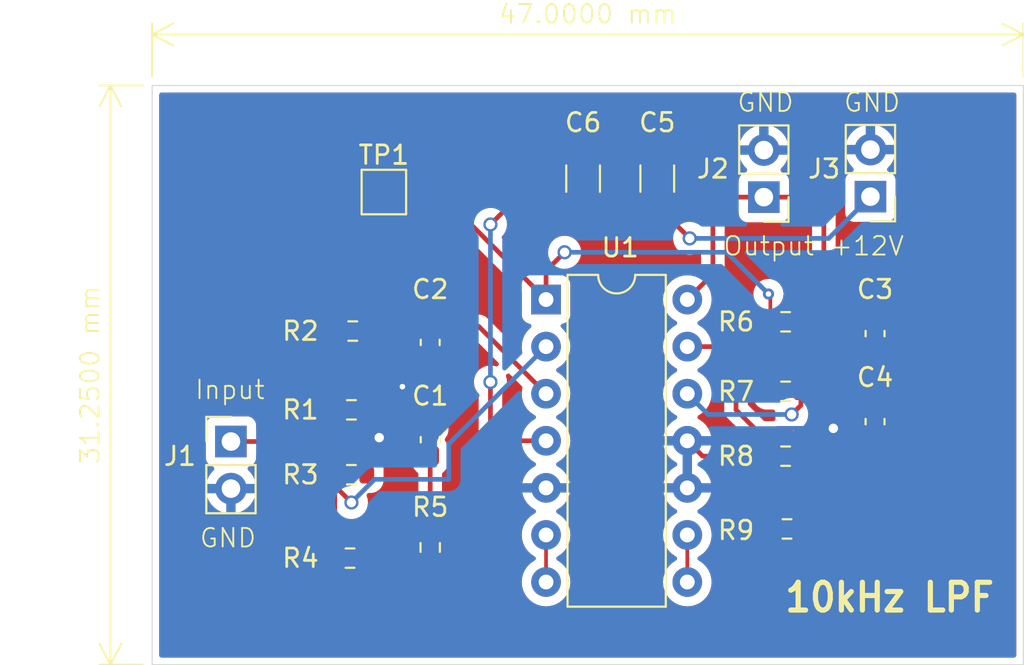
<source format=kicad_pcb>
(kicad_pcb (version 20240108) (generator "pcbnew") (generator_version "8.0")
  (layers (0 "F.Cu" signal) (31 "B.Cu" signal) (34 "B.Paste" user) (35 "F.Paste" user) (36 "B.SilkS" user "B.Silkscreen") (37 "F.SilkS" user "F.Silkscreen") (38 "B.Mask" user) (39 "F.Mask" user) (44 "Edge.Cuts" user))
  (net 0 "")
  (net 1 "Net-(C1-Pad2)")
  (net 2 "Net-(C1-Pad1)")
  (net 3 "GND")
  (net 4 "Net-(U1A-+)")
  (net 5 "Net-(C3-Pad1)")
  (net 6 "Net-(J2-Pin_1)")
  (net 7 "Net-(U1D-+)")
  (net 8 "+12V")
  (net 9 "Net-(J1-Pin_1)")
  (net 10 "Net-(U1A--)")
  (net 11 "Net-(R4-Pad1)")
  (net 12 "Net-(R6-Pad1)")
  (net 13 "Net-(U1D--)")
  (net 14 "Net-(U1C--)")
  (net 15 "Net-(U1B--)")
  (footprint "Package_DIP:DIP-14_W7.62mm" (layer "F.Cu") (at 130.5 93.3)
    (property "Reference" "U1" (at 4 -2.8 0) (layer "F.SilkS"))
    (property "Value" "LM324A")
    (fp_line (start 1.16 -1.33) (end 1.16 16.57) (stroke (width 0.12)) (layer "F.SilkS"))
    (fp_line (start 1.16 16.57) (end 6.46 16.57) (stroke (width 0.12)) (layer "F.SilkS"))
    (fp_line (start 2.81 -1.33) (end 1.16 -1.33) (stroke (width 0.12)) (layer "F.SilkS"))
    (fp_line (start 6.46 -1.33) (end 4.81 -1.33) (stroke (width 0.12)) (layer "F.SilkS"))
    (fp_line (start 6.46 16.57) (end 6.46 -1.33) (stroke (width 0.12)) (layer "F.SilkS"))
    (fp_arc (start 4.81 -1.33) (mid 3.81 -0.33) (end 2.81 -1.33) (stroke (width 0.12)) (layer "F.SilkS"))
    (pad "1" thru_hole rect (at 0 0) (size 1.6 1.6) (drill 0.8) (layers "*.Cu" "*.Mask") (net 12 "Net-(R6-Pad1)"))
    (pad "2" thru_hole oval (at 0 2.54) (size 1.6 1.6) (drill 0.8) (layers "*.Cu" "*.Mask") (net 10 "Net-(U1A--)"))
    (pad "3" thru_hole oval (at 0 5.08) (size 1.6 1.6) (drill 0.8) (layers "*.Cu" "*.Mask") (net 4 "Net-(U1A-+)"))
    (pad "4" thru_hole oval (at 0 7.62) (size 1.6 1.6) (drill 0.8) (layers "*.Cu" "*.Mask") (net 8 "+12V"))
    (pad "5" thru_hole oval (at 0 10.16) (size 1.6 1.6) (drill 0.8) (layers "*.Cu" "*.Mask") (net 3 "GND"))
    (pad "6" thru_hole oval (at 0 12.7) (size 1.6 1.6) (drill 0.8) (layers "*.Cu" "*.Mask") (net 15 "Net-(U1B--)"))
    (pad "7" thru_hole oval (at 0 15.24) (size 1.6 1.6) (drill 0.8) (layers "*.Cu" "*.Mask") (net 15 "Net-(U1B--)"))
    (pad "8" thru_hole oval (at 7.62 15.24) (size 1.6 1.6) (drill 0.8) (layers "*.Cu" "*.Mask") (net 14 "Net-(U1C--)"))
    (pad "9" thru_hole oval (at 7.62 12.7) (size 1.6 1.6) (drill 0.8) (layers "*.Cu" "*.Mask") (net 14 "Net-(U1C--)"))
    (pad "10" thru_hole oval (at 7.62 10.16) (size 1.6 1.6) (drill 0.8) (layers "*.Cu" "*.Mask") (net 3 "GND"))
    (pad "11" thru_hole oval (at 7.62 7.62) (size 1.6 1.6) (drill 0.8) (layers "*.Cu" "*.Mask") (net 3 "GND"))
    (pad "12" thru_hole oval (at 7.62 5.08) (size 1.6 1.6) (drill 0.8) (layers "*.Cu" "*.Mask") (net 7 "Net-(U1D-+)"))
    (pad "13" thru_hole oval (at 7.62 2.54) (size 1.6 1.6) (drill 0.8) (layers "*.Cu" "*.Mask") (net 13 "Net-(U1D--)"))
    (pad "14" thru_hole oval (at 7.62 0) (size 1.6 1.6) (drill 0.8) (layers "*.Cu" "*.Mask") (net 6 "Net-(J2-Pin_1)"))
  )
  (footprint "TestPoint:TestPoint_Pad_2.0x2.0mm" (layer "F.Cu") (at 121.75 87.5)
    (property "Reference" "TP1" (at 0 -1.998 0) (layer "F.SilkS"))
    (property "Value" "TestPoint")
    (fp_line (start -1.2 -1.2) (end 1.2 -1.2) (stroke (width 0.12)) (layer "F.SilkS"))
    (fp_line (start -1.2 1.2) (end -1.2 -1.2) (stroke (width 0.12)) (layer "F.SilkS"))
    (fp_line (start 1.2 -1.2) (end 1.2 1.2) (stroke (width 0.12)) (layer "F.SilkS"))
    (fp_line (start 1.2 1.2) (end -1.2 1.2) (stroke (width 0.12)) (layer "F.SilkS"))
    (pad "1" smd rect (at 0 0) (size 2 2) (layers "F.Cu" "F.Mask") (net 12 "Net-(R6-Pad1)"))
  )
  (footprint "Resistor_SMD:R_0603_1608Metric" (layer "F.Cu") (at 124.25 106.675 90)
    (property "Reference" "R5" (at 2.175 0 0) (layer "F.SilkS"))
    (property "Value" "47k")
    (fp_line (start -0.237258 -0.5225) (end 0.237258 -0.5225) (stroke (width 0.12)) (layer "F.SilkS"))
    (fp_line (start -0.237258 0.5225) (end 0.237258 0.5225) (stroke (width 0.12)) (layer "F.SilkS"))
    (pad "1" smd roundrect (at -0.825 0 90) (size 0.8 0.95) (layers "F.Cu" "F.Paste" "F.Mask") (net 11 "Net-(R4-Pad1)"))
    (pad "2" smd roundrect (at 0.825 0 90) (size 0.8 0.95) (layers "F.Cu" "F.Paste" "F.Mask") (net 1 "Net-(C1-Pad2)"))
  )
  (footprint "Resistor_SMD:R_0603_1608Metric" (layer "F.Cu") (at 119.925 107.25 180)
    (property "Reference" "R4" (at 2.675 0 180) (layer "F.SilkS"))
    (property "Value" "47k")
    (fp_line (start -0.237258 0.5225) (end 0.237258 0.5225) (stroke (width 0.12)) (layer "F.SilkS"))
    (fp_line (start -0.237258 -0.5225) (end 0.237258 -0.5225) (stroke (width 0.12)) (layer "F.SilkS"))
    (pad "1" smd roundrect (at -0.825 0 180) (size 0.8 0.95) (layers "F.Cu" "F.Paste" "F.Mask") (net 11 "Net-(R4-Pad1)"))
    (pad "2" smd roundrect (at 0.825 0 180) (size 0.8 0.95) (layers "F.Cu" "F.Paste" "F.Mask") (net 10 "Net-(U1A--)"))
  )
  (footprint "Connector_PinHeader_2.54mm:PinHeader_1x02_P2.54mm_Vertical" (layer "F.Cu") (at 142.25 87.775 180)
    (property "Reference" "J2" (at 2.75 1.525 180) (layer "F.SilkS"))
    (property "Value" "Conn_01x02_Pin")
    (fp_line (start 1.33 1.27) (end 1.33 3.87) (stroke (width 0.12)) (layer "F.SilkS"))
    (fp_line (start -1.33 3.87) (end 1.33 3.87) (stroke (width 0.12)) (layer "F.SilkS"))
    (fp_line (start -1.33 1.27) (end 1.33 1.27) (stroke (width 0.12)) (layer "F.SilkS"))
    (fp_line (start -1.33 1.27) (end -1.33 3.87) (stroke (width 0.12)) (layer "F.SilkS"))
    (fp_line (start -1.33 0) (end -1.33 -1.33) (stroke (width 0.12)) (layer "F.SilkS"))
    (fp_line (start -1.33 -1.33) (end 0 -1.33) (stroke (width 0.12)) (layer "F.SilkS"))
    (pad "1" thru_hole rect (at 0 0 180) (size 1.7 1.7) (drill 1) (layers "*.Cu" "*.Mask") (net 6 "Net-(J2-Pin_1)"))
    (pad "2" thru_hole oval (at 0 2.54 180) (size 1.7 1.7) (drill 1) (layers "*.Cu" "*.Mask") (net 3 "GND"))
  )
  (footprint "Capacitor_SMD:C_1206_3216Metric" (layer "F.Cu") (at 132.5 86.775 90)
    (property "Reference" "C6" (at 3.025 0 0) (layer "F.SilkS"))
    (property "Value" "100nF")
    (fp_line (start -0.711252 -0.91) (end 0.711252 -0.91) (stroke (width 0.12)) (layer "F.SilkS"))
    (fp_line (start -0.711252 0.91) (end 0.711252 0.91) (stroke (width 0.12)) (layer "F.SilkS"))
    (pad "1" smd roundrect (at -1.475 0 90) (size 1.15 1.8) (layers "F.Cu" "F.Paste" "F.Mask") (roundrect_rratio 0.217391) (net 8 "+12V"))
    (pad "2" smd roundrect (at 1.475 0 90) (size 1.15 1.8) (layers "F.Cu" "F.Paste" "F.Mask") (roundrect_rratio 0.217391) (net 3 "GND"))
  )
  (footprint "Resistor_SMD:R_0603_1608Metric" (layer "F.Cu") (at 143.425 101.75 180)
    (property "Reference" "R8" (at 2.675 0 180) (layer "F.SilkS"))
    (property "Value" "62k")
    (fp_line (start -0.237258 0.5225) (end 0.237258 0.5225) (stroke (width 0.12)) (layer "F.SilkS"))
    (fp_line (start -0.237258 -0.5225) (end 0.237258 -0.5225) (stroke (width 0.12)) (layer "F.SilkS"))
    (pad "1" smd roundrect (at -0.825 0 180) (size 0.8 0.95) (layers "F.Cu" "F.Paste" "F.Mask") (net 13 "Net-(U1D--)"))
    (pad "2" smd roundrect (at 0.825 0 180) (size 0.8 0.95) (layers "F.Cu" "F.Paste" "F.Mask") (net 3 "GND"))
  )
  (footprint "Capacitor_SMD:C_0603_1608Metric_Pad1.08x0.95mm_HandSolder" (layer "F.Cu") (at 124.25 95.6125 -90)
    (property "Reference" "C2" (at -2.8625 0 180) (layer "F.SilkS"))
    (property "Value" "1000pF")
    (fp_line (start -0.146267 0.51) (end 0.146267 0.51) (stroke (width 0.12)) (layer "F.SilkS"))
    (fp_line (start -0.146267 -0.51) (end 0.146267 -0.51) (stroke (width 0.12)) (layer "F.SilkS"))
    (pad "1" smd roundrect (at -0.8625 0 270) (size 1.075 0.95) (layers "F.Cu" "F.Paste" "F.Mask") (net 4 "Net-(U1A-+)"))
    (pad "2" smd roundrect (at 0.8625 0 270) (size 1.075 0.95) (layers "F.Cu" "F.Paste" "F.Mask") (net 3 "GND"))
  )
  (footprint "Resistor_SMD:R_0603_1608Metric" (layer "F.Cu") (at 143.5 105.675)
    (property "Reference" "R9" (at -2.75 0.075 0) (layer "F.SilkS"))
    (property "Value" "47k")
    (fp_line (start -0.237258 -0.5225) (end 0.237258 -0.5225) (stroke (width 0.12)) (layer "F.SilkS"))
    (fp_line (start -0.237258 0.5225) (end 0.237258 0.5225) (stroke (width 0.12)) (layer "F.SilkS"))
    (pad "1" smd roundrect (at -0.825 0) (size 0.8 0.95) (layers "F.Cu" "F.Paste" "F.Mask") (net 13 "Net-(U1D--)"))
    (pad "2" smd roundrect (at 0.825 0) (size 0.8 0.95) (layers "F.Cu" "F.Paste" "F.Mask") (net 6 "Net-(J2-Pin_1)"))
  )
  (footprint "Resistor_SMD:R_0603_1608Metric" (layer "F.Cu") (at 120 102.75)
    (property "Reference" "R3" (at -2.75 0 0) (layer "F.SilkS"))
    (property "Value" "110k")
    (fp_line (start -0.237258 -0.5225) (end 0.237258 -0.5225) (stroke (width 0.12)) (layer "F.SilkS"))
    (fp_line (start -0.237258 0.5225) (end 0.237258 0.5225) (stroke (width 0.12)) (layer "F.SilkS"))
    (pad "1" smd roundrect (at -0.825 0) (size 0.8 0.95) (layers "F.Cu" "F.Paste" "F.Mask") (net 10 "Net-(U1A--)"))
    (pad "2" smd roundrect (at 0.825 0) (size 0.8 0.95) (layers "F.Cu" "F.Paste" "F.Mask") (net 3 "GND"))
  )
  (footprint "Resistor_SMD:R_0603_1608Metric" (layer "F.Cu") (at 143.425 98.25)
    (property "Reference" "R7" (at -2.675 0 0) (layer "F.SilkS"))
    (property "Value" "9.1k")
    (fp_line (start -0.237258 -0.5225) (end 0.237258 -0.5225) (stroke (width 0.12)) (layer "F.SilkS"))
    (fp_line (start -0.237258 0.5225) (end 0.237258 0.5225) (stroke (width 0.12)) (layer "F.SilkS"))
    (pad "1" smd roundrect (at -0.825 0) (size 0.8 0.95) (layers "F.Cu" "F.Paste" "F.Mask") (net 5 "Net-(C3-Pad1)"))
    (pad "2" smd roundrect (at 0.825 0) (size 0.8 0.95) (layers "F.Cu" "F.Paste" "F.Mask") (net 7 "Net-(U1D-+)"))
  )
  (footprint "Resistor_SMD:R_0603_1608Metric" (layer "F.Cu") (at 120 99.25 180)
    (property "Reference" "R1" (at 2.75 0 180) (layer "F.SilkS"))
    (property "Value" "39k")
    (fp_line (start -0.237258 0.5225) (end 0.237258 0.5225) (stroke (width 0.12)) (layer "F.SilkS"))
    (fp_line (start -0.237258 -0.5225) (end 0.237258 -0.5225) (stroke (width 0.12)) (layer "F.SilkS"))
    (pad "1" smd roundrect (at -0.825 0 180) (size 0.8 0.95) (layers "F.Cu" "F.Paste" "F.Mask") (net 2 "Net-(C1-Pad1)"))
    (pad "2" smd roundrect (at 0.825 0 180) (size 0.8 0.95) (layers "F.Cu" "F.Paste" "F.Mask") (net 9 "Net-(J1-Pin_1)"))
  )
  (footprint "Resistor_SMD:R_0603_1608Metric" (layer "F.Cu") (at 143.425 94.5)
    (property "Reference" "R6" (at -2.675 0 0) (layer "F.SilkS"))
    (property "Value" "18k")
    (fp_line (start -0.237258 -0.5225) (end 0.237258 -0.5225) (stroke (width 0.12)) (layer "F.SilkS"))
    (fp_line (start -0.237258 0.5225) (end 0.237258 0.5225) (stroke (width 0.12)) (layer "F.SilkS"))
    (pad "1" smd roundrect (at -0.825 0) (size 0.8 0.95) (layers "F.Cu" "F.Paste" "F.Mask") (net 12 "Net-(R6-Pad1)"))
    (pad "2" smd roundrect (at 0.825 0) (size 0.8 0.95) (layers "F.Cu" "F.Paste" "F.Mask") (net 5 "Net-(C3-Pad1)"))
  )
  (footprint "Connector_PinHeader_2.54mm:PinHeader_1x02_P2.54mm_Vertical" (layer "F.Cu") (at 113.5 100.96)
    (property "Reference" "J1" (at -2.75 0.79 0) (layer "F.SilkS"))
    (property "Value" "Conn_01x02_Pin")
    (fp_line (start -1.33 -1.33) (end 0 -1.33) (stroke (width 0.12)) (layer "F.SilkS"))
    (fp_line (start -1.33 0) (end -1.33 -1.33) (stroke (width 0.12)) (layer "F.SilkS"))
    (fp_line (start -1.33 1.27) (end -1.33 3.87) (stroke (width 0.12)) (layer "F.SilkS"))
    (fp_line (start -1.33 1.27) (end 1.33 1.27) (stroke (width 0.12)) (layer "F.SilkS"))
    (fp_line (start -1.33 3.87) (end 1.33 3.87) (stroke (width 0.12)) (layer "F.SilkS"))
    (fp_line (start 1.33 1.27) (end 1.33 3.87) (stroke (width 0.12)) (layer "F.SilkS"))
    (pad "1" thru_hole rect (at 0 0) (size 1.7 1.7) (drill 1) (layers "*.Cu" "*.Mask") (net 9 "Net-(J1-Pin_1)"))
    (pad "2" thru_hole oval (at 0 2.54) (size 1.7 1.7) (drill 1) (layers "*.Cu" "*.Mask") (net 3 "GND"))
  )
  (footprint "Capacitor_SMD:C_0603_1608Metric_Pad1.08x0.95mm_HandSolder" (layer "F.Cu") (at 148.25 99.8875 90)
    (property "Reference" "C4" (at 2.3875 0 0) (layer "F.SilkS"))
    (property "Value" "1600pF")
    (fp_line (start -0.146267 -0.51) (end 0.146267 -0.51) (stroke (width 0.12)) (layer "F.SilkS"))
    (fp_line (start -0.146267 0.51) (end 0.146267 0.51) (stroke (width 0.12)) (layer "F.SilkS"))
    (pad "1" smd roundrect (at -0.8625 0 90) (size 1.075 0.95) (layers "F.Cu" "F.Paste" "F.Mask") (net 3 "GND"))
    (pad "2" smd roundrect (at 0.8625 0 90) (size 1.075 0.95) (layers "F.Cu" "F.Paste" "F.Mask") (net 7 "Net-(U1D-+)"))
  )
  (footprint "Connector_PinHeader_2.54mm:PinHeader_1x02_P2.54mm_Vertical" (layer "F.Cu") (at 148 87.75 180)
    (property "Reference" "J3" (at 2.5 1.5 180) (layer "F.SilkS"))
    (property "Value" "Conn_01x02_Pin")
    (fp_line (start 1.33 1.27) (end 1.33 3.87) (stroke (width 0.12)) (layer "F.SilkS"))
    (fp_line (start -1.33 3.87) (end 1.33 3.87) (stroke (width 0.12)) (layer "F.SilkS"))
    (fp_line (start -1.33 1.27) (end 1.33 1.27) (stroke (width 0.12)) (layer "F.SilkS"))
    (fp_line (start -1.33 1.27) (end -1.33 3.87) (stroke (width 0.12)) (layer "F.SilkS"))
    (fp_line (start -1.33 0) (end -1.33 -1.33) (stroke (width 0.12)) (layer "F.SilkS"))
    (fp_line (start -1.33 -1.33) (end 0 -1.33) (stroke (width 0.12)) (layer "F.SilkS"))
    (pad "1" thru_hole rect (at 0 0 180) (size 1.7 1.7) (drill 1) (layers "*.Cu" "*.Mask") (net 8 "+12V"))
    (pad "2" thru_hole oval (at 0 2.54 180) (size 1.7 1.7) (drill 1) (layers "*.Cu" "*.Mask") (net 3 "GND"))
  )
  (footprint "Resistor_SMD:R_0603_1608Metric" (layer "F.Cu") (at 120.075 95 180)
    (property "Reference" "R2" (at 2.825 0 180) (layer "F.SilkS"))
    (property "Value" "6.8k")
    (fp_line (start -0.237258 0.5225) (end 0.237258 0.5225) (stroke (width 0.12)) (layer "F.SilkS"))
    (fp_line (start -0.237258 -0.5225) (end 0.237258 -0.5225) (stroke (width 0.12)) (layer "F.SilkS"))
    (pad "1" smd roundrect (at -0.825 0 180) (size 0.8 0.95) (layers "F.Cu" "F.Paste" "F.Mask") (net 4 "Net-(U1A-+)"))
    (pad "2" smd roundrect (at 0.825 0 180) (size 0.8 0.95) (layers "F.Cu" "F.Paste" "F.Mask") (net 2 "Net-(C1-Pad1)"))
  )
  (footprint "Capacitor_SMD:C_1206_3216Metric" (layer "F.Cu") (at 136.5 86.775 90)
    (property "Reference" "C5" (at 3.025 0 0) (layer "F.SilkS"))
    (property "Value" "100nF")
    (fp_line (start -0.711252 -0.91) (end 0.711252 -0.91) (stroke (width 0.12)) (layer "F.SilkS"))
    (fp_line (start -0.711252 0.91) (end 0.711252 0.91) (stroke (width 0.12)) (layer "F.SilkS"))
    (pad "1" smd roundrect (at -1.475 0 90) (size 1.15 1.8) (layers "F.Cu" "F.Paste" "F.Mask") (roundrect_rratio 0.217391) (net 8 "+12V"))
    (pad "2" smd roundrect (at 1.475 0 90) (size 1.15 1.8) (layers "F.Cu" "F.Paste" "F.Mask") (roundrect_rratio 0.217391) (net 3 "GND"))
  )
  (footprint "Capacitor_SMD:C_0603_1608Metric_Pad1.08x0.95mm_HandSolder" (layer "F.Cu") (at 148.25 95.1375 90)
    (property "Reference" "C3" (at 2.3875 0 0) (layer "F.SilkS"))
    (property "Value" "1000pF")
    (fp_line (start -0.146267 -0.51) (end 0.146267 -0.51) (stroke (width 0.12)) (layer "F.SilkS"))
    (fp_line (start -0.146267 0.51) (end 0.146267 0.51) (stroke (width 0.12)) (layer "F.SilkS"))
    (pad "1" smd roundrect (at -0.8625 0 90) (size 1.075 0.95) (layers "F.Cu" "F.Paste" "F.Mask") (net 5 "Net-(C3-Pad1)"))
    (pad "2" smd roundrect (at 0.8625 0 90) (size 1.075 0.95) (layers "F.Cu" "F.Paste" "F.Mask") (net 6 "Net-(J2-Pin_1)"))
  )
  (footprint "Capacitor_SMD:C_0603_1608Metric_Pad1.08x0.95mm_HandSolder" (layer "F.Cu") (at 124.25 100.8625 -90)
    (property "Reference" "C1" (at -2.3625 0 180) (layer "F.SilkS"))
    (property "Value" "1000pF")
    (fp_line (start -0.146267 0.51) (end 0.146267 0.51) (stroke (width 0.12)) (layer "F.SilkS"))
    (fp_line (start -0.146267 -0.51) (end 0.146267 -0.51) (stroke (width 0.12)) (layer "F.SilkS"))
    (pad "1" smd roundrect (at -0.8625 0 270) (size 1.075 0.95) (layers "F.Cu" "F.Paste" "F.Mask") (net 2 "Net-(C1-Pad1)"))
    (pad "2" smd roundrect (at 0.8625 0 270) (size 1.075 0.95) (layers "F.Cu" "F.Paste" "F.Mask") (net 1 "Net-(C1-Pad2)"))
  )
  (gr_rect (start 109.25 81.75) (end 156.25 113) (stroke (width 0.05)) (fill none) (layer "Edge.Cuts"))
  (gr_text "Output" (at 140 91 0) (layer "F.SilkS") (effects (font (size 1 1) (thickness 0.1)) (justify left bottom)))
  (gr_text "+12V" (at 145.75 91 0) (layer "F.SilkS") (effects (font (size 1 1) (thickness 0.1)) (justify left bottom)))
  (gr_text "GND" (at 111.75 106.75 0) (layer "F.SilkS") (effects (font (size 1 1) (thickness 0.1)) (justify left bottom)))
  (gr_text "Input" (at 111.5 98.75 0) (layer "F.SilkS") (effects (font (size 1 1) (thickness 0.1)) (justify left bottom)))
  (gr_text "10kHz LPF" (at 143.25 110.25 0) (layer "F.SilkS") (effects (font (size 1.5 1.4) (thickness 0.28) (bold yes)) (justify left bottom)))
  (gr_text "GND" (at 146.5 83.25 0) (layer "F.SilkS") (effects (font (size 1 1) (thickness 0.1)) (justify left bottom)))
  (gr_text "GND" (at 140.75 83.25 0) (layer "F.SilkS") (effects (font (size 1 1) (thickness 0.1)) (justify left bottom)))
  (dimension (type aligned) (layer "F.SilkS") (pts (xy 109.25 81.75) (xy 156.25 81.75)) (height -2.75) (gr_text "47.0000 mm" (at 132.75 77.9 0) (layer "F.SilkS") (effects (font (size 1 1) (thickness 0.1)))) (format (prefix "") (suffix "") (units 3) (units_format 1) (precision 4)) (style (thickness 0.1) (arrow_length 1.27) (text_position_mode 0) (extension_height 0.58642) (extension_offset 0.5) keep_text_aligned))
  (dimension (type aligned) (layer "F.SilkS") (pts (xy 109.25 113) (xy 109.25 81.75)) (height -2.25) (gr_text "31.2500 mm" (at 105.9 97.375 90) (layer "F.SilkS") (effects (font (size 1 1) (thickness 0.1)))) (format (prefix "") (suffix "") (units 3) (units_format 1) (precision 4)) (style (thickness 0.1) (arrow_length 1.27) (text_position_mode 0) (extension_height 0.58642) (extension_offset 0.5) keep_text_aligned))
  (segment (start 124.25 105.85) (end 124.25 101.725) (width 0.254) (layer "F.Cu") (net 1))
  (segment (start 120.825 99.075) (end 119.25 97.5) (width 0.254) (layer "F.Cu") (net 2))
  (segment (start 120.825 99.25) (end 120.825 99.075) (width 0.254) (layer "F.Cu") (net 2))
  (segment (start 123.5 99.25) (end 120.825 99.25) (width 0.254) (layer "F.Cu") (net 2))
  (segment (start 124.25 100) (end 123.5 99.25) (width 0.254) (layer "F.Cu") (net 2))
  (segment (start 119.25 97.5) (end 119.25 95) (width 0.254) (layer "F.Cu") (net 2))
  (segment (start 148.25 100.75) (end 146.5 100.75) (width 0.254) (layer "F.Cu") (net 3))
  (segment (start 122.75 98) (end 122.75 97.975) (width 0.254) (layer "F.Cu") (net 3))
  (segment (start 146.5 100.75) (end 146 100.25) (width 0.254) (layer "F.Cu") (net 3))
  (segment (start 138.95 101.75) (end 138.12 100.92) (width 0.254) (layer "F.Cu") (net 3))
  (segment (start 142.6 101.75) (end 138.95 101.75) (width 0.254) (layer "F.Cu") (net 3))
  (segment (start 120.825 102.75) (end 120.825 101.425) (width 0.254) (layer "F.Cu") (net 3))
  (segment (start 113.5 103.5) (end 114.75 103.5) (width 0.254) (layer "F.Cu") (net 3))
  (segment (start 114.75 103.5) (end 117 101.25) (width 0.254) (layer "F.Cu") (net 3))
  (segment (start 119.325 101.25) (end 120.825 102.75) (width 0.254) (layer "F.Cu") (net 3))
  (segment (start 117 101.25) (end 119.325 101.25) (width 0.254) (layer "F.Cu") (net 3))
  (segment (start 142.185 85.3) (end 142.25 85.235) (width 0.254) (layer "F.Cu") (net 3))
  (segment (start 120.825 101.425) (end 121.5 100.75) (width 0.254) (layer "F.Cu") (net 3))
  (segment (start 132.5 85.3) (end 136.5 85.3) (width 0.254) (layer "F.Cu") (net 3))
  (segment (start 122.75 97.975) (end 124.25 96.475) (width 0.254) (layer "F.Cu") (net 3))
  (segment (start 136.5 85.3) (end 142.185 85.3) (width 0.254) (layer "F.Cu") (net 3))
  (via (at 146 100.25) (size 0.762) (drill 0.508) (layers "F.Cu" "B.Cu") (net 3))
  (via (at 122.75 98) (size 0.6) (drill 0.3) (layers "F.Cu" "B.Cu") (net 3))
  (via (at 121.5 100.75) (size 0.762) (drill 0.508) (layers "F.Cu" "B.Cu") (net 3))
  (segment (start 121.625 100.625) (end 121.625 99.125) (width 0.254) (layer "B.Cu") (net 3))
  (segment (start 121.5 100.75) (end 121.625 100.625) (width 0.254) (layer "B.Cu") (net 3))
  (segment (start 142.5 100.75) (end 142.5 101.25) (width 0.254) (layer "B.Cu") (net 3))
  (segment (start 143 100.25) (end 142.5 100.75) (width 0.254) (layer "B.Cu") (net 3))
  (segment (start 121.625 99.125) (end 122.75 98) (width 0.254) (layer "B.Cu") (net 3))
  (segment (start 146 100.25) (end 143 100.25) (width 0.254) (layer "B.Cu") (net 3))
  (segment (start 142.5 101.25) (end 142.5 101.75) (width 0.254) (layer "B.Cu") (net 3))
  (segment (start 121.15 94.75) (end 120.9 95) (width 0.254) (layer "F.Cu") (net 4))
  (segment (start 124.25 94.75) (end 126.87 94.75) (width 0.254) (layer "F.Cu") (net 4))
  (segment (start 126.87 94.75) (end 130.5 98.38) (width 0.254) (layer "F.Cu") (net 4))
  (segment (start 124.25 94.75) (end 121.15 94.75) (width 0.254) (layer "F.Cu") (net 4))
  (segment (start 144.25 94.5) (end 145.75 96) (width 0.254) (layer "F.Cu") (net 5))
  (segment (start 142.6 95.9) (end 144 94.5) (width 0.254) (layer "F.Cu") (net 5))
  (segment (start 145.75 96) (end 148.25 96) (width 0.254) (layer "F.Cu") (net 5))
  (segment (start 144 94.5) (end 144.25 94.5) (width 0.254) (layer "F.Cu") (net 5))
  (segment (start 142.6 98.25) (end 142.6 95.9) (width 0.254) (layer "F.Cu") (net 5))
  (segment (start 148.25 94.275) (end 147.775 94.275) (width 0.254) (layer "F.Cu") (net 6))
  (segment (start 140.475 87.775) (end 139.5 88.75) (width 0.254) (layer "F.Cu") (net 6))
  (segment (start 145.4875 91.9875) (end 145.4875 88.7375) (width 0.254) (layer "F.Cu") (net 6))
  (segment (start 139.5 91.92) (end 138.12 93.3) (width 0.254) (layer "F.Cu") (net 6))
  (segment (start 149.75 95.775) (end 148.25 94.275) (width 0.254) (layer "F.Cu") (net 6))
  (segment (start 147.775 94.275) (end 145.4875 91.9875) (width 0.254) (layer "F.Cu") (net 6))
  (segment (start 149.75 103.75) (end 149.75 95.775) (width 0.254) (layer "F.Cu") (net 6))
  (segment (start 147.825 105.675) (end 149.75 103.75) (width 0.254) (layer "F.Cu") (net 6))
  (segment (start 145.4875 88.7375) (end 144.525 87.775) (width 0.254) (layer "F.Cu") (net 6))
  (segment (start 144.525 87.775) (end 142.25 87.775) (width 0.254) (layer "F.Cu") (net 6))
  (segment (start 142.25 87.775) (end 140.475 87.775) (width 0.254) (layer "F.Cu") (net 6))
  (segment (start 139.5 88.75) (end 139.5 91.92) (width 0.254) (layer "F.Cu") (net 6))
  (segment (start 144.325 105.675) (end 147.825 105.675) (width 0.254) (layer "F.Cu") (net 6))
  (segment (start 144.25 99) (end 143.75 99.5) (width 0.254) (layer "F.Cu") (net 7))
  (segment (start 147.475 98.25) (end 148.25 99.025) (width 0.254) (layer "F.Cu") (net 7))
  (segment (start 144.25 98.25) (end 144.25 99) (width 0.254) (layer "F.Cu") (net 7))
  (segment (start 144.25 98.25) (end 147.475 98.25) (width 0.254) (layer "F.Cu") (net 7))
  (via (at 143.75 99.5) (size 0.762) (drill 0.508) (layers "F.Cu" "B.Cu") (net 7))
  (segment (start 139.24 99.5) (end 138.12 98.38) (width 0.254) (layer "B.Cu") (net 7))
  (segment (start 143.75 99.5) (end 139.24 99.5) (width 0.254) (layer "B.Cu") (net 7))
  (segment (start 136.5 88.25) (end 138.25 90) (width 0.254) (layer "F.Cu") (net 8))
  (segment (start 130.5 100.92) (end 128.17 100.92) (width 0.254) (layer "F.Cu") (net 8))
  (segment (start 128.17 100.92) (end 127.5 100.25) (width 0.254) (layer "F.Cu") (net 8))
  (segment (start 127.5 97.75) (end 127.5 100.25) (width 0.254) (layer "F.Cu") (net 8))
  (segment (start 128.5 88.25) (end 127.5 89.25) (width 0.254) (layer "F.Cu") (net 8))
  (segment (start 132.5 88.25) (end 128.5 88.25) (width 0.254) (layer "F.Cu") (net 8))
  (segment (start 132.5 88.25) (end 136.5 88.25) (width 0.254) (layer "F.Cu") (net 8))
  (via (at 127.5 89.25) (size 0.762) (drill 0.508) (layers "F.Cu" "B.Cu") (net 8))
  (via (at 138.25 90) (size 0.762) (drill 0.508) (layers "F.Cu" "B.Cu") (net 8))
  (via (at 127.5 97.75) (size 0.762) (drill 0.508) (layers "F.Cu" "B.Cu") (net 8))
  (segment (start 145.75 90) (end 148 87.75) (width 0.254) (layer "B.Cu") (net 8))
  (segment (start 127.5 89.25) (end 127.5 97.75) (width 0.254) (layer "B.Cu") (net 8))
  (segment (start 138.25 90) (end 145.75 90) (width 0.254) (layer "B.Cu") (net 8))
  (segment (start 117 99.25) (end 119.175 99.25) (width 0.254) (layer "F.Cu") (net 9))
  (segment (start 115.29 100.96) (end 117 99.25) (width 0.254) (layer "F.Cu") (net 9))
  (segment (start 113.5 100.96) (end 115.29 100.96) (width 0.254) (layer "F.Cu") (net 9))
  (segment (start 119.1 107.25) (end 119.1 102.825) (width 0.254) (layer "F.Cu") (net 10))
  (segment (start 119.175 103.425) (end 120 104.25) (width 0.254) (layer "F.Cu") (net 10))
  (segment (start 119.175 102.75) (end 119.175 103.425) (width 0.254) (layer "F.Cu") (net 10))
  (segment (start 119.1 102.825) (end 119.175 102.75) (width 0.254) (layer "F.Cu") (net 10))
  (via (at 120 104.25) (size 0.762) (drill 0.508) (layers "F.Cu" "B.Cu") (net 10))
  (segment (start 120 104.25) (end 121.25 103) (width 0.254) (layer "B.Cu") (net 10))
  (segment (start 121.25 103) (end 125.25 103) (width 0.254) (layer "B.Cu") (net 10))
  (segment (start 125.25 101.09) (end 130.5 95.84) (width 0.254) (layer "B.Cu") (net 10))
  (segment (start 125.25 103) (end 125.25 101.09) (width 0.254) (layer "B.Cu") (net 10))
  (segment (start 120.75 107.25) (end 121.5 107.25) (width 0.254) (layer "F.Cu") (net 11))
  (segment (start 121.75 107.5) (end 124.25 107.5) (width 0.254) (layer "F.Cu") (net 11))
  (segment (start 121.5 107.25) (end 121.75 107.5) (width 0.254) (layer "F.Cu") (net 11))
  (segment (start 130.5 93.3) (end 130.5 91.75) (width 0.254) (layer "F.Cu") (net 12))
  (segment (start 142.6 94.5) (end 142.6 93.1) (width 0.2) (layer "F.Cu") (net 12))
  (segment (start 121.75 87.5) (end 124.7 87.5) (width 0.254) (layer "F.Cu") (net 12))
  (segment (start 124.7 87.5) (end 130.5 93.3) (width 0.254) (layer "F.Cu") (net 12))
  (segment (start 142.6 93.1) (end 142.5 93) (width 0.2) (layer "F.Cu") (net 12))
  (segment (start 130.5 91.75) (end 131.5 90.75) (width 0.254) (layer "F.Cu") (net 12))
  (via (at 142.5 93) (size 0.6) (drill 0.3) (layers "F.Cu" "B.Cu") (net 12))
  (via (at 131.5 90.75) (size 0.762) (drill 0.508) (layers "F.Cu" "B.Cu") (net 12))
  (segment (start 140.25 90.75) (end 142.5 93) (width 0.254) (layer "B.Cu") (net 12))
  (segment (start 131.5 90.75) (end 140.25 90.75) (width 0.254) (layer "B.Cu") (net 12))
  (segment (start 144.25 101.75) (end 144.25 101) (width 0.254) (layer "F.Cu") (net 13))
  (segment (start 142 100.5) (end 140.75 99.25) (width 0.254) (layer "F.Cu") (net 13))
  (segment (start 142.675 104.075) (end 142.675 105.675) (width 0.254) (layer "F.Cu") (net 13))
  (segment (start 139.59 95.84) (end 138.12 95.84) (width 0.254) (layer "F.Cu") (net 13))
  (segment (start 144.25 101) (end 143.75 100.5) (width 0.254) (layer "F.Cu") (net 13))
  (segment (start 143.75 100.5) (end 142 100.5) (width 0.254) (layer "F.Cu") (net 13))
  (segment (start 140.75 97) (end 139.59 95.84) (width 0.254) (layer "F.Cu") (net 13))
  (segment (start 144.25 102.5) (end 142.675 104.075) (width 0.254) (layer "F.Cu") (net 13))
  (segment (start 144.25 101.75) (end 144.25 102.5) (width 0.254) (layer "F.Cu") (net 13))
  (segment (start 140.75 99.25) (end 140.75 97) (width 0.254) (layer "F.Cu") (net 13))
  (segment (start 138.12 106) (end 138.12 108.54) (width 0.2) (layer "F.Cu") (net 14))
  (segment (start 130.5 106) (end 130.5 108.54) (width 0.2) (layer "F.Cu") (net 15))
  (zone (net 0) (net_name "") (layer "F.Cu") (priority 1) (connect_pads (clearance 0.508)) (min_thickness 0.254) (fill yes (thermal_gap 0.508) (thermal_bridge_width 0.508) (island_removal_mode 1) (island_area_min 10))
    (polygon (pts (xy 109.25 81.75) (xy 156.25 81.75) (xy 156.25 113) (xy 109.25 113)))
  )
  (zone (net 3) (net_name "GND") (layer "B.Cu") (connect_pads (clearance 0.508)) (min_thickness 0.254) (fill yes (thermal_gap 0.508) (thermal_bridge_width 0.508))
    (polygon (pts (xy 156.25 81.75) (xy 156.25 113) (xy 109.25 113) (xy 109.25 81.75)))
  )
)
</source>
